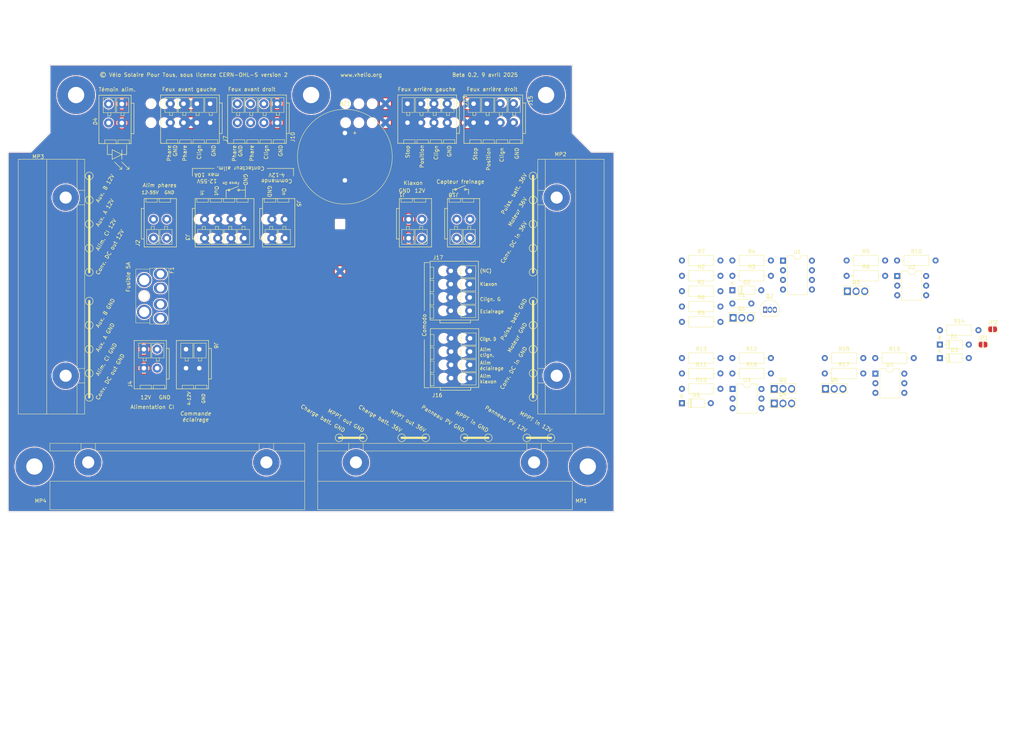
<source format=kicad_pcb>
(kicad_pcb (version 20211014) (generator pcbnew)

  (general
    (thickness 1.6)
  )

  (paper "A4")
  (layers
    (0 "F.Cu" signal)
    (31 "B.Cu" signal)
    (32 "B.Adhes" user "B.Adhesive")
    (33 "F.Adhes" user "F.Adhesive")
    (34 "B.Paste" user)
    (35 "F.Paste" user)
    (36 "B.SilkS" user "B.Silkscreen")
    (37 "F.SilkS" user "F.Silkscreen")
    (38 "B.Mask" user)
    (39 "F.Mask" user)
    (40 "Dwgs.User" user "User.Drawings")
    (41 "Cmts.User" user "User.Comments")
    (42 "Eco1.User" user "User.Eco1")
    (43 "Eco2.User" user "User.Eco2")
    (44 "Edge.Cuts" user)
    (45 "Margin" user)
    (46 "B.CrtYd" user "B.Courtyard")
    (47 "F.CrtYd" user "F.Courtyard")
    (48 "B.Fab" user)
    (49 "F.Fab" user)
    (50 "User.1" user)
    (51 "User.2" user)
    (52 "User.3" user)
    (53 "User.4" user)
    (54 "User.5" user)
    (55 "User.6" user)
    (56 "User.7" user)
    (57 "User.8" user)
    (58 "User.9" user)
  )

  (setup
    (stackup
      (layer "F.SilkS" (type "Top Silk Screen"))
      (layer "F.Paste" (type "Top Solder Paste"))
      (layer "F.Mask" (type "Top Solder Mask") (thickness 0.01))
      (layer "F.Cu" (type "copper") (thickness 0.035))
      (layer "dielectric 1" (type "core") (thickness 1.51) (material "FR4") (epsilon_r 4.5) (loss_tangent 0.02))
      (layer "B.Cu" (type "copper") (thickness 0.035))
      (layer "B.Mask" (type "Bottom Solder Mask") (thickness 0.01))
      (layer "B.Paste" (type "Bottom Solder Paste"))
      (layer "B.SilkS" (type "Bottom Silk Screen"))
      (copper_finish "None")
      (dielectric_constraints no)
    )
    (pad_to_mask_clearance 0)
    (pcbplotparams
      (layerselection 0x00010e0_ffffffff)
      (disableapertmacros false)
      (usegerberextensions false)
      (usegerberattributes true)
      (usegerberadvancedattributes true)
      (creategerberjobfile true)
      (svguseinch false)
      (svgprecision 6)
      (excludeedgelayer true)
      (plotframeref false)
      (viasonmask false)
      (mode 1)
      (useauxorigin false)
      (hpglpennumber 1)
      (hpglpenspeed 20)
      (hpglpendiameter 15.000000)
      (dxfpolygonmode true)
      (dxfimperialunits true)
      (dxfusepcbnewfont true)
      (psnegative false)
      (psa4output false)
      (plotreference true)
      (plotvalue true)
      (plotinvisibletext false)
      (sketchpadsonfab false)
      (subtractmaskfromsilk false)
      (outputformat 1)
      (mirror false)
      (drillshape 0)
      (scaleselection 1)
      (outputdirectory "")
    )
  )

  (net 0 "")
  (net 1 "GND")
  (net 2 "Net-(F1-Pad2)")
  (net 3 "Net-(D1-Pad2)")
  (net 4 "Net-(D3-Pad2)")
  (net 5 "/Phares")
  (net 6 "Net-(J13-Pad4)")
  (net 7 "Net-(J1-Pad2)")
  (net 8 "/Flasher/Out")
  (net 9 "unconnected-(J17-Pad4)")
  (net 10 "/12V_5A")
  (net 11 "/Flasher/Enable")
  (net 12 "/Contacteur Phares/Input")
  (net 13 "/Contacteur Phares/GND")
  (net 14 "/Contacteur Phares/Output")
  (net 15 "Net-(D4-Pad2)")
  (net 16 "/Conv12V_In.Vbatt")
  (net 17 "/Contacteur alim./Input")
  (net 18 "/Contacteur alim./SW_On")
  (net 19 "/Contacteur alim./GND")
  (net 20 "/Contacteur alim./Cmd_GND")
  (net 21 "/Contacteur alim./Cmd_On")
  (net 22 "/Contacteur Eclairage/Cmd_On")
  (net 23 "/Contacteur Eclairage/Cmd_GND")
  (net 24 "Net-(C1-Pad1)")
  (net 25 "Net-(D2-Pad1)")
  (net 26 "Net-(D5-Pad2)")
  (net 27 "Net-(Q1-Pad1)")
  (net 28 "Net-(Q2-Pad1)")
  (net 29 "Net-(Q2-Pad2)")
  (net 30 "Net-(Q2-Pad3)")
  (net 31 "Net-(Q3-Pad1)")
  (net 32 "Net-(Q4-Pad1)")
  (net 33 "Net-(Q5-Pad1)")
  (net 34 "Net-(Q6-Pad1)")
  (net 35 "Net-(R3-Pad1)")
  (net 36 "Net-(R9-Pad2)")
  (net 37 "Net-(R10-Pad1)")
  (net 38 "Net-(R13-Pad1)")
  (net 39 "Net-(R18-Pad2)")
  (net 40 "Net-(R19-Pad1)")
  (net 41 "unconnected-(U1-Pad5)")
  (net 42 "unconnected-(U2-Pad3)")
  (net 43 "unconnected-(U2-Pad6)")
  (net 44 "unconnected-(U3-Pad3)")
  (net 45 "unconnected-(U3-Pad6)")
  (net 46 "unconnected-(U4-Pad3)")
  (net 47 "unconnected-(U4-Pad6)")

  (footprint "circuit:Wago_221-500_SplicingConnectorHolder" (layer "F.Cu") (at 95.25 82.55 90))

  (footprint "circuit:MountingHole_5mm" (layer "F.Cu") (at 87 130))

  (footprint "circuit:Buzzer_25x16_12.5" (layer "F.Cu") (at 168.91 42.01 -90))

  (footprint "Resistor_THT:R_Axial_DIN0207_L6.3mm_D2.5mm_P10.16mm_Horizontal" (layer "F.Cu") (at 271.145 79.695))

  (footprint "circuit:TO-92L_Inline" (layer "F.Cu") (at 279.795 88.645))

  (footprint "circuit:TO-251-3_Vertical" (layer "F.Cu") (at 282.195 113.365))

  (footprint "circuit:Generic_FuseHolder_MINI" (layer "F.Cu") (at 120.26 79.215 -90))

  (footprint "Package_DIP:DIP-6_W7.62mm" (layer "F.Cu") (at 308.885 105.495))

  (footprint "Resistor_THT:R_Axial_DIN0207_L6.3mm_D2.5mm_P10.16mm_Horizontal" (layer "F.Cu") (at 257.835 101.395))

  (footprint "circuit:TerminalBlock_Wago_2601-3102_1x02_P3.50mm_Vertical" (layer "F.Cu") (at 119.38 104.06 180))

  (footprint "Resistor_THT:R_Axial_DIN0207_L6.3mm_D2.5mm_P10.16mm_Horizontal" (layer "F.Cu") (at 257.835 75.645))

  (footprint "circuit:MountingHole_5mm" (layer "F.Cu") (at 98 32))

  (footprint "circuit:TerminalBlock_Wago_2601-3104_1x04_P3.50mm_Vertical" (layer "F.Cu") (at 195.920004 39.29 180))

  (footprint "Diode_THT:D_DO-35_SOD27_P7.62mm_Horizontal" (layer "F.Cu") (at 325.895 101.385))

  (footprint "circuit:TerminalBlock_Wago_2601-3102_1x02_P3.50mm_Vertical" (layer "F.Cu") (at 110.065 39.35 180))

  (footprint "circuit:TerminalBlock_Wago_2601-3104_1x04_P3.50mm_Vertical" (layer "F.Cu") (at 213.370004 39.29 180))

  (footprint "Resistor_THT:R_Axial_DIN0207_L6.3mm_D2.5mm_P10.16mm_Horizontal" (layer "F.Cu") (at 257.835 87.795))

  (footprint "Jumper:SolderJumper-2_P1.3mm_Open_RoundedPad1.0x1.5mm" (layer "F.Cu") (at 339.805 93.785))

  (footprint "circuit:MountingHole_5mm" (layer "F.Cu") (at 222 32))

  (footprint "circuit:TO-251-3_Vertical" (layer "F.Cu") (at 271.345 90.765))

  (footprint "circuit:TerminalBlock_Wago_2601-3104_1x04_P3.50mm_Vertical" (layer "F.Cu") (at 133.35 39.29 180))

  (footprint "circuit:TerminalBlock_Wago_2601-3102_1x02_P3.50mm_Vertical" (layer "F.Cu") (at 149.65 64.77))

  (footprint "circuit:TerminalBlock_Wago_2601-3104_1x04_P3.50mm_Vertical" (layer "F.Cu") (at 196.925 106.68 90))

  (footprint "circuit:TerminalBlock_Wago_2601-3104_1x04_P3.50mm_Vertical" (layer "F.Cu") (at 131.87 64.77))

  (footprint "Resistor_THT:R_Axial_DIN0207_L6.3mm_D2.5mm_P10.16mm_Horizontal" (layer "F.Cu") (at 308.835 101.395))

  (footprint "Resistor_THT:R_Axial_DIN0207_L6.3mm_D2.5mm_P10.16mm_Horizontal" (layer "F.Cu") (at 271.145 75.645))

  (footprint "circuit:TO-251-3_Vertical" (layer "F.Cu") (at 301.485 83.765))

  (footprint "Diode_THT:D_DO-35_SOD27_P7.62mm_Horizontal" (layer "F.Cu") (at 271.145 83.495))

  (footprint "circuit:Wago_221-500_SplicingConnectorHolder" (layer "F.Cu") (at 224.79 82.55 -90))

  (footprint "Resistor_THT:R_Axial_DIN0207_L6.3mm_D2.5mm_P10.16mm_Horizontal" (layer "F.Cu") (at 314.595 75.645))

  (footprint "Resistor_THT:R_Axial_DIN0207_L6.3mm_D2.5mm_P10.16mm_Horizontal" (layer "F.Cu") (at 257.835 105.445))

  (footprint "Resistor_THT:R_Axial_DIN0207_L6.3mm_D2.5mm_P10.16mm_Horizontal" (layer "F.Cu") (at 301.285 75.645))

  (footprint "circuit:MountingHole_5mm" (layer "F.Cu") (at 160 32))

  (footprint "Resistor_THT:R_Axial_DIN0207_L6.3mm_D2.5mm_P10.16mm_Horizontal" (layer "F.Cu") (at 257.835 79.695))

  (footprint "Package_DIP:DIP-8_W7.62mm" (layer "F.Cu") (at 284.505 75.695))

  (footprint "Resistor_THT:R_Axial_DIN0207_L6.3mm_D2.5mm_P10.16mm_Horizontal" (layer "F.Cu") (at 271.145 101.395))

  (footprint "Package_DIP:DIP-6_W7.62mm" (layer "F.Cu") (at 314.645 79.745))

  (footprint "Resistor_THT:R_Axial_DIN0207_L6.3mm_D2.5mm_P10.16mm_Horizontal" (layer "F.Cu") (at 295.525 105.445))

  (footprint "Resistor_THT:R_Axial_DIN0207_L6.3mm_D2.5mm_P10.16mm_Horizontal" (layer "F.Cu")
    (tedit 5AE5139B) (tstamp b9a203bc-3fe9-4151-8964-c6a31538cbfd)
    (at 301.285 79.695)
    (descr "Resistor, Axial_DIN0207 series, Axial, Horizontal, pin pitch=10.16mm, 0.25W = 1/4W, length*diameter=6.3*2.5mm^2, http://cdn-reichelt.de/documents/datenblatt/B400/1_4W%23YAG.pdf")
    (tags "Resistor Axial_DIN0207 series Axial Horizontal pin pitch 10.16mm 0.25W = 1/4W length 6.3mm diameter 2.5mm")
    (property "Sheetfile" "Contacteur_55V_6A.kicad_sch")
    (property "Sheetname" "Contacteur Phares")
    (path "/3d8d46f1-b13a-4c20-b0bc-9fecb2c4cf4e/6675092b-ec05-479d-8cc1-cd407d0be4f3")
    (attr through_hole)
    (fp_text reference "R8" (at 5.08 -2.37) (layer "F.SilkS")
      (effects (font (size 1 1) (thickness 0.15)))
      (tstamp 2c87fec0-4852-4243-8567-f9eeca66a91e)
    )
    (fp_text value "4.7K" (at 5.08 2.37) (layer "F.Fab")
      (effects (font (size 1 1) (thickness 0.15)))
      (tstamp e55fb2c2-a82c-4afa-ac59-22df421d8d69)
    )
    (fp_text user "${REFERENCE}" (at 5.08 0) (layer "F.Fab")
      (effects (font (size 1 1) (thickness 0.15)))
      (tstamp 4512d01c-e7d7-4901-a270-282c941551fe)
    )
    (fp_line (start 1.81 -1.37) (end 1.81 1.37) (layer "F.SilkS") (width 0.12) (tstamp 0bb99340-cf97-442c-912b-53f62349ec91))
    (fp_line (start 8.35 1.37) (end 8.35 -1.37) (layer "F.SilkS") (width 0.12) (tstamp 1631e333-f215-4a06-9fd1-
... [972110 chars truncated]
</source>
